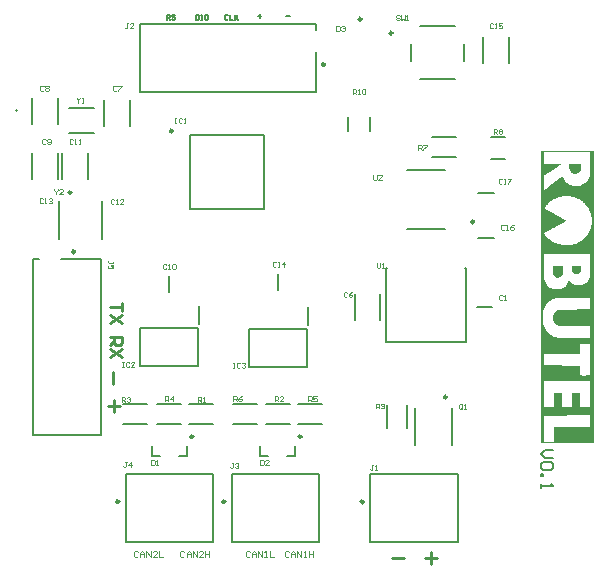
<source format=gbr>
%TF.GenerationSoftware,Altium Limited,Altium Designer,25.6.2 (33)*%
G04 Layer_Color=65535*
%FSLAX45Y45*%
%MOMM*%
%TF.SameCoordinates,85BC1294-957B-4AEE-BC4A-C6642BEA407B*%
%TF.FilePolarity,Positive*%
%TF.FileFunction,Legend,Top*%
%TF.Part,Single*%
G01*
G75*
%TA.AperFunction,NonConductor*%
%ADD42C,0.25000*%
%ADD43C,0.20000*%
%ADD44C,0.25400*%
%ADD45C,0.15400*%
%ADD46C,0.10000*%
G36*
X4895994Y3769084D02*
X4895682Y1293396D01*
X4446266Y1293708D01*
Y2486735D01*
X4446579Y3769396D01*
X4895994Y3769084D01*
D02*
G37*
%LPC*%
G36*
X4855706Y3762525D02*
X4470939Y3761901D01*
X4468753Y3759714D01*
Y3689132D01*
X4469378Y3664147D01*
X4470314Y3663210D01*
X4475311Y3661961D01*
X4483431Y3662586D01*
X4604920Y3662273D01*
X4611479Y3662586D01*
X4613665Y3661024D01*
X4614290Y3657901D01*
X4612416Y3654778D01*
X4611479Y3653841D01*
X4610230Y3653216D01*
X4606794Y3650405D01*
X4605857Y3649469D01*
X4602734Y3648219D01*
X4600860Y3647595D01*
X4598049Y3645409D01*
X4597737Y3644472D01*
X4596488Y3643847D01*
X4589930Y3640412D01*
X4589305Y3639162D01*
X4587743Y3637601D01*
X4584620Y3636352D01*
X4582122Y3635727D01*
X4577749Y3631354D01*
X4573689Y3629793D01*
X4571503Y3628232D01*
X4568380Y3625108D01*
X4564320Y3624171D01*
X4562134Y3622610D01*
X4560572Y3620424D01*
X4559635Y3619487D01*
X4554638Y3617613D01*
X4551828Y3615427D01*
X4551203Y3614177D01*
X4547768Y3612616D01*
X4545269Y3611991D01*
X4540897Y3607619D01*
X4537773Y3606370D01*
X4534651Y3604496D01*
X4532152Y3601997D01*
X4525906Y3599499D01*
X4521534Y3595126D01*
X4516537Y3593253D01*
X4512789Y3589505D01*
X4507792Y3587631D01*
X4503419Y3583259D01*
X4500921Y3582634D01*
X4497798Y3581385D01*
X4493426Y3577012D01*
X4489990Y3576076D01*
X4487804Y3574514D01*
X4486242Y3572328D01*
X4485305Y3571391D01*
X4481245Y3570454D01*
X4478122Y3568580D01*
X4477498Y3567331D01*
X4475311Y3565145D01*
X4472813Y3564520D01*
X4470002Y3562334D01*
X4468753Y3557337D01*
X4469378Y3441782D01*
X4470314Y3440845D01*
X4475311Y3441470D01*
X4476248Y3442407D01*
X4476873Y3443656D01*
X4479684Y3446467D01*
X4480933Y3447091D01*
X4485305Y3450214D01*
X4486555Y3451464D01*
X4492176Y3454587D01*
X4493113Y3455524D01*
X4493738Y3456773D01*
X4494675Y3457710D01*
X4499047Y3460208D01*
X4503419Y3464581D01*
X4506542Y3466455D01*
X4509041Y3468953D01*
X4510290Y3469578D01*
X4515600Y3472388D01*
X4516224Y3473638D01*
X4518410Y3475824D01*
X4522783Y3478322D01*
X4527155Y3482695D01*
X4530278Y3484569D01*
X4532777Y3487067D01*
X4534026Y3487692D01*
X4538398Y3490190D01*
X4541521Y3493313D01*
X4545894Y3495812D01*
X4547455Y3497373D01*
X4548080Y3498622D01*
X4549641Y3500184D01*
X4552765Y3501433D01*
X4557137Y3505806D01*
X4561509Y3508304D01*
X4564945Y3511115D01*
X4565882Y3512052D01*
X4568380Y3512676D01*
X4571191Y3515487D01*
X4571816Y3516736D01*
X4572752Y3517673D01*
X4577125Y3520172D01*
X4580872Y3523920D01*
X4585245Y3526418D01*
X4588368Y3529541D01*
X4592428Y3531103D01*
X4595551Y3534226D01*
X4595863Y3535163D01*
X4597113Y3535787D01*
X4601485Y3538911D01*
X4604608Y3542034D01*
X4607731Y3543908D01*
X4610854Y3547031D01*
X4612104Y3547655D01*
X4617725Y3550778D01*
X4620848Y3553901D01*
X4625221Y3556400D01*
X4629593Y3558274D01*
X4632404Y3556712D01*
X4633028Y3552340D01*
X4633653Y3546718D01*
X4636152Y3542346D01*
X4638025Y3539223D01*
X4638650Y3536724D01*
X4639275Y3532352D01*
X4641148Y3529229D01*
X4643647Y3526731D01*
X4644896Y3523607D01*
X4645833Y3520172D01*
X4650518Y3515487D01*
X4652392Y3512364D01*
X4656764Y3507992D01*
X4657389Y3506743D01*
X4662698Y3501433D01*
X4663947Y3500809D01*
X4667383Y3497998D01*
X4668632Y3496749D01*
X4668944Y3495812D01*
X4670193Y3495187D01*
X4674566Y3492688D01*
X4675503Y3491752D01*
X4676127Y3490502D01*
X4677064Y3489566D01*
X4681437Y3488316D01*
X4684560Y3487692D01*
X4687683Y3484569D01*
X4690806Y3483319D01*
X4695803Y3482070D01*
X4698926Y3480821D01*
X4703298Y3478947D01*
X4706421Y3477698D01*
X4710482Y3476761D01*
X4722662Y3475824D01*
X4724535Y3475199D01*
X4743899Y3473950D01*
X4745773Y3474574D01*
X4757640Y3475199D01*
X4759514Y3475824D01*
X4762013Y3476448D01*
X4773880Y3477073D01*
X4785124Y3482070D01*
X4789496Y3482695D01*
X4792931Y3483632D01*
X4795742Y3486442D01*
X4796992Y3487067D01*
X4800115Y3488316D01*
X4803862Y3488941D01*
X4806049Y3490502D01*
X4806673Y3491752D01*
X4808235Y3493313D01*
X4812607Y3495187D01*
X4813856Y3495812D01*
X4815418Y3496749D01*
X4816042Y3497998D01*
X4816979Y3498935D01*
X4822601Y3502058D01*
X4825100Y3505806D01*
X4826349Y3506430D01*
X4829784Y3509241D01*
X4831346Y3511427D01*
X4832595Y3512052D01*
X4834156Y3513613D01*
X4834781Y3514863D01*
X4837592Y3518923D01*
X4838841Y3519547D01*
X4840403Y3521109D01*
X4842589Y3527043D01*
X4844463Y3528917D01*
X4845712Y3529541D01*
X4847274Y3533601D01*
X4847898Y3537349D01*
X4850709Y3540784D01*
X4852270Y3542346D01*
X4852895Y3544845D01*
X4853520Y3551715D01*
X4856643Y3558586D01*
X4857892Y3561709D01*
X4858829Y3565769D01*
X4859454Y3575763D01*
X4860078Y3578262D01*
X4860703Y3582009D01*
X4861328Y3590129D01*
X4861952Y3755654D01*
X4862265Y3759090D01*
X4860078Y3761901D01*
X4855706Y3762525D01*
D02*
G37*
G36*
X4643959Y3388377D02*
X4642085Y3387752D01*
X4636152Y3386815D01*
X4633028Y3386191D01*
X4629593Y3385254D01*
X4625221Y3384629D01*
X4612728Y3384004D01*
X4610854Y3383380D01*
X4604296Y3381818D01*
X4597737Y3379007D01*
X4590866Y3378383D01*
X4585869Y3375260D01*
X4581497Y3373386D01*
X4578999Y3372761D01*
X4573065Y3371824D01*
X4569317Y3369326D01*
X4567755Y3367764D01*
X4560572Y3366203D01*
X4558386Y3364641D01*
X4555888Y3362143D01*
X4552765Y3360893D01*
X4550266Y3360269D01*
X4546831Y3357458D01*
X4545269Y3355897D01*
X4540897Y3354647D01*
X4537773Y3352773D01*
X4534651Y3349650D01*
X4528717Y3347464D01*
X4527780Y3346527D01*
X4526843Y3346215D01*
X4526218Y3344966D01*
X4525281Y3344029D01*
X4524032Y3343404D01*
X4519972Y3340593D01*
X4519347Y3339344D01*
X4517161Y3337158D01*
X4514038Y3335284D01*
X4512476Y3333098D01*
X4511540Y3331536D01*
X4508416Y3329662D01*
X4503419Y3324665D01*
X4502170Y3324041D01*
X4494362Y3316233D01*
X4493738Y3314984D01*
X4489365Y3310611D01*
X4488741Y3308113D01*
X4484368Y3303741D01*
X4481245Y3298119D01*
X4478122Y3294996D01*
X4475624Y3290624D01*
X4471876Y3288125D01*
X4471564Y3286563D01*
X4473125Y3284377D01*
X4476248Y3283128D01*
X4478435Y3281566D01*
X4479684Y3280317D01*
X4482807Y3279068D01*
X4485305Y3278443D01*
X4488741Y3275633D01*
X4490302Y3274071D01*
X4493426Y3272822D01*
X4497173Y3272197D01*
X4501545Y3267825D01*
X4505918Y3266576D01*
X4509978Y3265014D01*
X4512164Y3262203D01*
X4515287Y3260954D01*
X4518723Y3260017D01*
X4521846Y3258143D01*
X4522471Y3256894D01*
X4523407Y3255957D01*
X4527780Y3254708D01*
X4532152Y3252209D01*
X4534651Y3249711D01*
X4537149Y3249086D01*
X4541209Y3247525D01*
X4544644Y3244089D01*
X4549017Y3242840D01*
X4552140Y3241591D01*
X4555888Y3237843D01*
X4560260Y3236594D01*
X4563383Y3235345D01*
X4567131Y3231597D01*
X4572128Y3230348D01*
X4575251Y3228474D01*
X4578374Y3225350D01*
X4582434Y3224414D01*
X4584620Y3223477D01*
X4587743Y3220353D01*
X4590866Y3219104D01*
X4594302Y3218167D01*
X4596488Y3216606D01*
X4598986Y3214107D01*
X4603359Y3212858D01*
X4607731Y3210360D01*
X4610854Y3207236D01*
X4616476Y3205987D01*
X4618662Y3204426D01*
X4619287Y3203176D01*
X4620224Y3202239D01*
X4623347Y3200990D01*
X4626782Y3200053D01*
X4630218Y3197867D01*
X4631467Y3195993D01*
X4634590Y3194744D01*
X4637713Y3194119D01*
X4641148Y3191309D01*
X4642710Y3189747D01*
X4646145Y3188810D01*
X4648332Y3187873D01*
X4651767Y3185062D01*
X4656764Y3181939D01*
X4657076Y3181627D01*
X4657389Y3181315D01*
X4656764Y3176318D01*
X4655827Y3175381D01*
X4653329Y3174756D01*
X4649893Y3173819D01*
X4647707Y3172258D01*
X4645209Y3169759D01*
X4641148Y3168822D01*
X4638962Y3167885D01*
X4637401Y3166948D01*
X4636776Y3165699D01*
X4635215Y3164138D01*
X4630842Y3162888D01*
X4628344Y3162264D01*
X4624908Y3159453D01*
X4624596Y3158516D01*
X4621473Y3157267D01*
X4618975Y3156642D01*
X4615851Y3154768D01*
X4613353Y3152270D01*
X4610230Y3151021D01*
X4606794Y3150084D01*
X4604608Y3148522D01*
X4601485Y3145399D01*
X4595863Y3144150D01*
X4593053Y3141963D01*
X4592740Y3141027D01*
X4591491Y3140402D01*
X4588368Y3139153D01*
X4585869Y3138528D01*
X4582434Y3135717D01*
X4580872Y3134156D01*
X4576500Y3132907D01*
X4573377Y3131657D01*
X4569629Y3127910D01*
X4567131Y3127285D01*
X4562134Y3125411D01*
X4558386Y3121663D01*
X4553389Y3120414D01*
X4550578Y3118853D01*
X4549954Y3117603D01*
X4548392Y3116042D01*
X4544020Y3114793D01*
X4541521Y3114168D01*
X4537149Y3109796D01*
X4533089Y3108859D01*
X4529966Y3107609D01*
X4528092Y3105735D01*
X4527780Y3104798D01*
X4526530Y3104174D01*
X4524657Y3103549D01*
X4522158Y3102925D01*
X4518098Y3100739D01*
X4517473Y3099489D01*
X4516537Y3098552D01*
X4513413Y3097303D01*
X4509353Y3096366D01*
X4508416Y3095429D01*
X4507167Y3094805D01*
X4504044Y3091682D01*
X4499672Y3090432D01*
X4496549Y3088558D01*
X4495299Y3087309D01*
X4494050Y3086684D01*
X4492801Y3085435D01*
X4489365Y3084498D01*
X4486242Y3083249D01*
X4482807Y3079814D01*
X4478747Y3078877D01*
X4476561Y3077940D01*
X4473750Y3075129D01*
X4473125Y3072631D01*
X4473750Y3070757D01*
X4474999Y3069507D01*
X4475624Y3068258D01*
X4476873Y3067009D01*
X4477498Y3065135D01*
X4480309Y3061700D01*
X4482495Y3059514D01*
X4485618Y3053892D01*
X4488741Y3050769D01*
X4491239Y3046396D01*
X4493426Y3044835D01*
X4494987Y3043273D01*
X4495612Y3042024D01*
X4497173Y3039838D01*
X4498423Y3039213D01*
X4500609Y3037027D01*
X4501233Y3035778D01*
X4502795Y3033592D01*
X4504044Y3032967D01*
X4507479Y3030156D01*
X4509041Y3027970D01*
X4510290Y3027345D01*
X4514663Y3024222D01*
X4517161Y3021724D01*
X4518410Y3021099D01*
X4524032Y3016727D01*
X4525281Y3015478D01*
X4526530Y3014853D01*
X4529966Y3012042D01*
X4532152Y3009856D01*
X4538086Y3007670D01*
X4541521Y3004235D01*
X4544644Y3002985D01*
X4547768Y3001111D01*
X4550891Y2997988D01*
X4553389Y2997364D01*
X4559011Y2996114D01*
X4563383Y2992991D01*
X4567755Y2991117D01*
X4573065Y2990180D01*
X4576500Y2987994D01*
X4578374Y2986121D01*
X4582746Y2984871D01*
X4587119Y2984247D01*
X4592116Y2981124D01*
X4598362Y2979250D01*
X4610542Y2978313D01*
X4615539Y2976439D01*
X4622722Y2974253D01*
X4627719Y2973003D01*
X4651455Y2972379D01*
X4653329Y2971754D01*
X4677064Y2972379D01*
X4678938Y2973003D01*
X4692055Y2973628D01*
X4693929Y2974253D01*
X4697989Y2975190D01*
X4700487Y2975814D01*
X4706734Y2977063D01*
X4711731Y2978313D01*
X4716728Y2978937D01*
X4722662Y2979874D01*
X4727034Y2982997D01*
X4730157Y2984247D01*
X4732656Y2984871D01*
X4738589Y2985808D01*
X4746397Y2989868D01*
X4750770Y2991117D01*
X4755142Y2991742D01*
X4759514Y2996114D01*
X4765448Y2998301D01*
X4767634Y2999862D01*
X4770133Y3002361D01*
X4774193Y3003298D01*
X4776379Y3004859D01*
X4779502Y3007982D01*
X4783875Y3009231D01*
X4786998Y3011105D01*
X4790121Y3014228D01*
X4791370Y3014853D01*
X4794181Y3017039D01*
X4794805Y3018289D01*
X4795742Y3019225D01*
X4796992Y3019850D01*
X4798241Y3021099D01*
X4799490Y3021724D01*
X4803238Y3025472D01*
X4804487Y3026096D01*
X4805736Y3027345D01*
X4806986Y3027970D01*
X4811358Y3032342D01*
X4812607Y3032967D01*
X4816042Y3035778D01*
X4818853Y3038589D01*
X4821976Y3040463D01*
X4824787Y3045772D01*
X4827910Y3048895D01*
X4831034Y3054517D01*
X4831970Y3055453D01*
X4833220Y3056078D01*
X4834156Y3057015D01*
X4837280Y3062637D01*
X4839466Y3064198D01*
X4841027Y3065760D01*
X4841652Y3068258D01*
X4844463Y3071694D01*
X4846024Y3073255D01*
X4847586Y3077315D01*
X4849772Y3080751D01*
X4852270Y3084498D01*
X4853207Y3089183D01*
X4856331Y3094180D01*
X4858517Y3098240D01*
X4859141Y3100739D01*
X4859766Y3104486D01*
X4862577Y3107922D01*
X4864138Y3109483D01*
X4865388Y3113856D01*
X4866012Y3120727D01*
X4867886Y3125099D01*
X4869135Y3128222D01*
X4870384Y3132594D01*
X4871009Y3135093D01*
X4871634Y3144462D01*
X4873508Y3148834D01*
X4875382Y3155081D01*
X4876318Y3181627D01*
X4876631Y3195681D01*
X4876006Y3197555D01*
X4875382Y3201303D01*
X4874757Y3203176D01*
X4873508Y3208173D01*
X4871634Y3215044D01*
X4871009Y3217543D01*
X4870384Y3231909D01*
X4867886Y3236281D01*
X4865388Y3241903D01*
X4864763Y3247525D01*
X4862265Y3251897D01*
X4859766Y3255645D01*
X4859141Y3260017D01*
X4858517Y3262515D01*
X4857892Y3265639D01*
X4854769Y3268762D01*
X4853520Y3271885D01*
X4852583Y3275320D01*
X4851021Y3277507D01*
X4847898Y3280629D01*
X4847274Y3283128D01*
X4846024Y3286251D01*
X4841652Y3290624D01*
X4840715Y3294059D01*
X4839153Y3296245D01*
X4836030Y3299368D01*
X4835406Y3301867D01*
X4834156Y3304990D01*
X4832595Y3306551D01*
X4831346Y3307176D01*
X4829784Y3308738D01*
X4829160Y3309987D01*
X4827598Y3312173D01*
X4826349Y3312798D01*
X4825100Y3314047D01*
X4824163Y3314359D01*
X4823538Y3315608D01*
X4820727Y3319044D01*
X4819478Y3319668D01*
X4817292Y3321855D01*
X4816667Y3323104D01*
X4815106Y3324665D01*
X4813856Y3325290D01*
X4811045Y3328101D01*
X4810421Y3329350D01*
X4803238Y3336533D01*
X4798865Y3339032D01*
X4796367Y3342155D01*
X4792931Y3343092D01*
X4789808Y3344966D01*
X4789184Y3346215D01*
X4787622Y3347776D01*
X4784499Y3349026D01*
X4781376Y3350900D01*
X4779814Y3353086D01*
X4778253Y3354647D01*
X4774817Y3355584D01*
X4773880Y3356521D01*
X4772631Y3357146D01*
X4771694Y3358083D01*
X4771070Y3359332D01*
X4767634Y3360893D01*
X4762950Y3361830D01*
X4762013Y3362767D01*
X4761076Y3363080D01*
X4760451Y3364329D01*
X4759514Y3365266D01*
X4756391Y3366515D01*
X4750457Y3367452D01*
X4747022Y3369638D01*
X4745148Y3371512D01*
X4740151Y3372761D01*
X4736403Y3373386D01*
X4730157Y3377758D01*
X4725160Y3379007D01*
X4717040Y3379632D01*
X4712668Y3381506D01*
X4708608Y3382443D01*
X4703298Y3384004D01*
X4700800Y3384629D01*
X4689557Y3385254D01*
X4686434Y3386503D01*
X4683935Y3387128D01*
X4650518Y3388064D01*
X4643959Y3388377D01*
D02*
G37*
G36*
X4855081Y2896175D02*
X4843214Y2895550D01*
X4473125Y2895863D01*
X4470002Y2893989D01*
X4468753Y2890866D01*
X4469378Y2711599D01*
X4470002Y2709725D01*
X4471251Y2702230D01*
X4471876Y2689113D01*
X4473125Y2685990D01*
X4475311Y2680056D01*
X4476561Y2676933D01*
X4477185Y2673810D01*
X4477810Y2668188D01*
X4478747Y2666002D01*
X4480621Y2664128D01*
X4481245Y2662879D01*
X4483119Y2658506D01*
X4483744Y2654134D01*
X4485305Y2651948D01*
X4486555Y2651323D01*
X4487492Y2650386D01*
X4488741Y2647263D01*
X4489365Y2644765D01*
X4491239Y2642266D01*
X4491552Y2641954D01*
X4492801Y2640705D01*
X4493738Y2640392D01*
X4494362Y2639143D01*
X4497486Y2633522D01*
X4501233Y2629774D01*
X4501858Y2628525D01*
X4504669Y2625714D01*
X4505918Y2625089D01*
X4508729Y2622278D01*
X4509353Y2621029D01*
X4516537Y2616969D01*
X4519659Y2613846D01*
X4525281Y2610723D01*
X4527155Y2608849D01*
X4530278Y2607600D01*
X4534651Y2606975D01*
X4537773Y2605726D01*
X4540272Y2603227D01*
X4543395Y2601978D01*
X4549641Y2601354D01*
X4556512Y2600729D01*
X4559635Y2599480D01*
X4568380Y2598231D01*
X4580248Y2597606D01*
X4595239Y2598231D01*
X4597113Y2598855D01*
X4601797Y2599792D01*
X4605233Y2600729D01*
X4611479Y2601354D01*
X4615851Y2601978D01*
X4622722Y2605726D01*
X4624596Y2606351D01*
X4627094Y2606975D01*
X4631155Y2607912D01*
X4633341Y2609474D01*
X4635839Y2611972D01*
X4641773Y2614158D01*
X4644272Y2616657D01*
X4644896Y2617906D01*
X4648644Y2620404D01*
X4654890Y2626651D01*
X4657389Y2631023D01*
X4659575Y2632585D01*
X4661136Y2634146D01*
X4662073Y2638831D01*
X4663635Y2641017D01*
X4666133Y2643516D01*
X4667383Y2648513D01*
X4668007Y2651636D01*
X4671130Y2656008D01*
X4673004Y2660380D01*
X4673629Y2669750D01*
X4675190Y2671311D01*
X4677689Y2671936D01*
X4683310Y2671311D01*
X4684560Y2670062D01*
X4685809Y2669437D01*
X4687370Y2666002D01*
X4687995Y2664753D01*
X4692992Y2659756D01*
X4694866Y2656633D01*
X4695803Y2655696D01*
X4701424Y2652573D01*
X4703923Y2650074D01*
X4708295Y2647576D01*
X4711418Y2644452D01*
X4714541Y2643203D01*
X4719226Y2642266D01*
X4729532Y2637582D01*
X4732031Y2636957D01*
X4741400Y2636332D01*
X4743274Y2635708D01*
X4747646Y2635083D01*
X4762325Y2634771D01*
X4782625Y2636332D01*
X4784499Y2636957D01*
X4793244Y2637582D01*
X4799490Y2640080D01*
X4805112Y2642579D01*
X4809484Y2643203D01*
X4813544Y2644765D01*
X4815106Y2646951D01*
X4816355Y2647576D01*
X4819478Y2648825D01*
X4821976Y2649449D01*
X4824163Y2651011D01*
X4824787Y2652260D01*
X4826973Y2654447D01*
X4828223Y2655071D01*
X4831658Y2657882D01*
X4840403Y2666627D01*
X4841652Y2669750D01*
X4842589Y2671311D01*
X4843838Y2671936D01*
X4846649Y2674747D01*
X4847586Y2678807D01*
X4848835Y2681930D01*
X4851646Y2684741D01*
X4852895Y2689113D01*
X4853832Y2693798D01*
X4855081Y2696921D01*
X4856643Y2700356D01*
X4857892Y2704728D01*
X4859141Y2709725D01*
X4859766Y2720344D01*
X4860391Y2722218D01*
X4861015Y2734086D01*
X4861640Y2744080D01*
X4861952Y2890553D01*
X4860703Y2893676D01*
X4859454Y2894926D01*
X4855081Y2896175D01*
D02*
G37*
G36*
X4846337Y2528897D02*
X4841964Y2528273D01*
X4840090Y2528897D01*
X4641773Y2528585D01*
X4635215Y2528897D01*
X4633341Y2528273D01*
X4627094Y2527648D01*
X4590242Y2527024D01*
X4588368Y2526399D01*
X4584308Y2525462D01*
X4581809Y2524837D01*
X4575563Y2523588D01*
X4570566Y2522339D01*
X4567443Y2521714D01*
X4559323Y2521090D01*
X4556825Y2520465D01*
X4551828Y2517342D01*
X4547768Y2515780D01*
X4542146Y2515156D01*
X4536212Y2511096D01*
X4532777Y2509534D01*
X4528717Y2507973D01*
X4525906Y2505162D01*
X4521534Y2503288D01*
X4520284Y2502663D01*
X4518723Y2501727D01*
X4518098Y2500477D01*
X4515912Y2498291D01*
X4514663Y2497666D01*
X4513413Y2496417D01*
X4512164Y2495793D01*
X4507792Y2491420D01*
X4506542Y2490796D01*
X4501233Y2485486D01*
X4500609Y2484237D01*
X4495612Y2479240D01*
X4494987Y2477991D01*
X4492176Y2474555D01*
X4489365Y2471745D01*
X4486867Y2467372D01*
X4485930Y2466435D01*
X4484681Y2465811D01*
X4483119Y2461751D01*
X4482495Y2459252D01*
X4479684Y2455817D01*
X4478122Y2454255D01*
X4476873Y2449883D01*
X4476248Y2446760D01*
X4473438Y2443324D01*
X4471876Y2439889D01*
X4470314Y2433330D01*
X4466254Y2424273D01*
X4465630Y2421775D01*
X4465005Y2417403D01*
X4464380Y2409907D01*
X4462507Y2405535D01*
X4461258Y2400538D01*
X4460008Y2393042D01*
X4459384Y2386796D01*
X4459071Y2340262D01*
X4459696Y2332766D01*
X4460321Y2329019D01*
X4461570Y2322148D01*
X4462195Y2319649D01*
X4463131Y2316214D01*
X4465005Y2308719D01*
X4465630Y2301223D01*
X4470627Y2290604D01*
X4471876Y2282484D01*
X4475624Y2278737D01*
X4476873Y2275613D01*
X4477498Y2270616D01*
X4480309Y2267181D01*
X4481870Y2265620D01*
X4484368Y2258749D01*
X4486555Y2256562D01*
X4487492Y2256250D01*
X4488116Y2255001D01*
X4489365Y2251878D01*
X4491239Y2248755D01*
X4492176Y2247818D01*
X4493426Y2247193D01*
X4496549Y2242196D01*
X4501858Y2236887D01*
X4502482Y2235638D01*
X4503419Y2234701D01*
X4504669Y2234076D01*
X4506230Y2232514D01*
X4506855Y2231265D01*
X4508416Y2229704D01*
X4509666Y2229079D01*
X4515912Y2222833D01*
X4517161Y2222208D01*
X4518723Y2220022D01*
X4520909Y2217836D01*
X4525281Y2215337D01*
X4528404Y2212214D01*
X4531840Y2211278D01*
X4535587Y2208154D01*
X4537773Y2205968D01*
X4541834Y2205031D01*
X4544957Y2203782D01*
X4548392Y2200347D01*
X4557137Y2198473D01*
X4561509Y2195350D01*
X4564008Y2194725D01*
X4565882Y2194100D01*
X4568380Y2193476D01*
X4575251Y2192851D01*
X4578374Y2191602D01*
X4580872Y2190977D01*
X4585245Y2190352D01*
X4587743Y2189728D01*
X4592116Y2188479D01*
X4596488Y2187854D01*
X4606482Y2187230D01*
X4615539Y2187542D01*
X4623971Y2186605D01*
X4632092Y2185980D01*
X4858829Y2186605D01*
X4861640Y2188791D01*
X4862265Y2191289D01*
X4861640Y2201283D01*
X4861015Y2284358D01*
X4859454Y2285920D01*
X4856955Y2286544D01*
X4854144Y2286857D01*
X4647082Y2286544D01*
X4645209Y2287169D01*
X4610230Y2287793D01*
X4608356Y2288418D01*
X4605857Y2289043D01*
X4601485Y2289668D01*
X4598986Y2290292D01*
X4594614Y2292166D01*
X4589617Y2293415D01*
X4588993D01*
X4583683Y2294352D01*
X4581497Y2295289D01*
X4578374Y2298412D01*
X4575251Y2299661D01*
X4573377Y2300286D01*
X4571816Y2301223D01*
X4571191Y2302472D01*
X4569629Y2304658D01*
X4568380Y2305283D01*
X4565569Y2307469D01*
X4564945Y2308719D01*
X4562134Y2311529D01*
X4560885Y2312154D01*
X4559948Y2313091D01*
X4558699Y2316214D01*
X4558074Y2317463D01*
X4553702Y2321835D01*
X4553077Y2326208D01*
X4551515Y2330268D01*
X4548080Y2337451D01*
X4547455Y2339950D01*
X4546831Y2364310D01*
X4547455Y2366183D01*
X4548080Y2378676D01*
X4551203Y2383673D01*
X4552452Y2386796D01*
X4553077Y2389295D01*
X4554014Y2392730D01*
X4555575Y2394916D01*
X4558074Y2397415D01*
X4561197Y2403036D01*
X4567755Y2409595D01*
X4569005Y2410219D01*
X4571191Y2412406D01*
X4571816Y2413655D01*
X4573377Y2415216D01*
X4576500Y2416466D01*
X4579935Y2419276D01*
X4580872Y2420213D01*
X4585245Y2421463D01*
X4588993Y2422087D01*
X4592740Y2424586D01*
X4597113Y2425210D01*
X4599611Y2425835D01*
X4603047Y2426772D01*
X4608668Y2427396D01*
X4630842Y2427084D01*
X4632716Y2427709D01*
X4858829Y2428333D01*
X4861015Y2429895D01*
X4861640Y2432393D01*
X4861952Y2523900D01*
X4860391Y2526087D01*
X4859454Y2527024D01*
X4854457Y2528273D01*
X4846337Y2528897D01*
D02*
G37*
G36*
X4856955Y2137884D02*
X4778877Y2137260D01*
X4777941Y2136323D01*
X4777316Y2133824D01*
X4777941Y2127578D01*
Y2080107D01*
X4777316Y2055747D01*
X4776379Y2054810D01*
X4773880Y2054185D01*
X4769508Y2053561D01*
X4765136Y2054185D01*
X4479996Y2053873D01*
X4473438Y2054185D01*
X4469378Y2051999D01*
X4468753Y2049500D01*
X4469378Y1955807D01*
X4470939Y1954246D01*
X4473438Y1953621D01*
X4776379Y1952996D01*
X4777316Y1952060D01*
X4777941Y1949561D01*
X4777628Y1872420D01*
X4778877Y1870546D01*
X4781376Y1869922D01*
X4788872Y1869297D01*
X4790745Y1868672D01*
X4856331Y1869297D01*
X4858204Y1869922D01*
X4861328Y1871796D01*
X4862265Y1875231D01*
X4861640Y1879603D01*
X4861952Y2134761D01*
X4860391Y2136947D01*
X4856955Y2137884D01*
D02*
G37*
G36*
X4852583Y1821201D02*
X4472813Y1820577D01*
X4469378Y1817766D01*
X4468753Y1815267D01*
X4469378Y1602271D01*
X4470939Y1600710D01*
X4474062Y1599461D01*
X4478435Y1598836D01*
X4550266Y1599461D01*
X4552452Y1601647D01*
X4553077Y1604145D01*
X4552452Y1614139D01*
X4553077Y1718451D01*
X4554638Y1720013D01*
X4557137Y1720637D01*
X4623347Y1720013D01*
X4624284Y1719076D01*
X4625533Y1715953D01*
X4626158Y1607893D01*
X4627719Y1606332D01*
X4632092Y1605707D01*
X4639587Y1606332D01*
X4641461Y1605707D01*
X4701112Y1606019D01*
X4707046Y1605707D01*
X4709232Y1607268D01*
X4709857Y1611641D01*
X4709232Y1613515D01*
X4709857Y1718451D01*
X4710794Y1720013D01*
X4713292Y1720637D01*
X4775754Y1720013D01*
X4777316Y1718451D01*
X4777941Y1715953D01*
X4777628Y1603208D01*
X4778565Y1601022D01*
X4779502Y1600085D01*
X4784499Y1598836D01*
X4856955Y1599461D01*
X4861328Y1601959D01*
X4862265Y1604770D01*
X4861640Y1611016D01*
Y1774667D01*
X4861952Y1816829D01*
X4860391Y1819015D01*
X4856955Y1820577D01*
X4852583Y1821201D01*
D02*
G37*
G36*
X4856331Y1530752D02*
X4471564Y1530127D01*
X4470002Y1528566D01*
X4468753Y1524194D01*
X4469378Y1308075D01*
X4470314Y1307138D01*
X4475311Y1305888D01*
X4483431Y1306513D01*
X4549954Y1306201D01*
X4552140Y1307138D01*
X4553077Y1309949D01*
X4552452Y1321816D01*
X4553077Y1427377D01*
X4554638Y1429564D01*
X4559011Y1430813D01*
X4570879Y1430188D01*
X4793868D01*
X4851021Y1430501D01*
X4856955Y1430188D01*
X4860078Y1432062D01*
X4861640Y1433623D01*
X4862265Y1436122D01*
X4861640Y1446116D01*
X4861952Y1522008D01*
X4861328Y1527005D01*
X4858829Y1530127D01*
X4856331Y1530752D01*
D02*
G37*
%LPD*%
G36*
X4785124Y3662586D02*
X4786685Y3659150D01*
X4786061Y3624796D01*
X4785436Y3622922D01*
X4784811Y3619799D01*
X4784499Y3619487D01*
X4783875Y3611367D01*
X4782938Y3609180D01*
X4779814Y3604808D01*
X4778877Y3601373D01*
X4775754Y3596376D01*
X4772319Y3592940D01*
X4771694Y3591691D01*
X4769508Y3589505D01*
X4768259Y3588880D01*
X4767010Y3587631D01*
X4763887Y3585757D01*
X4761700Y3583571D01*
X4761388Y3582634D01*
X4758265Y3581385D01*
X4752644Y3580760D01*
X4749520Y3579511D01*
X4747022Y3578886D01*
X4742649Y3578262D01*
X4733593Y3577949D01*
X4725472Y3578574D01*
X4722974Y3579199D01*
X4717665Y3580760D01*
X4713917Y3581385D01*
X4709545Y3584508D01*
X4707671Y3586382D01*
X4705172Y3587007D01*
X4702049Y3588880D01*
X4696740Y3594190D01*
X4695490Y3597313D01*
X4693304Y3599499D01*
X4691118Y3600436D01*
X4690494Y3602934D01*
X4689869Y3607931D01*
X4688620Y3611054D01*
X4687370Y3615427D01*
X4684247Y3623547D01*
X4684872Y3662273D01*
X4685809Y3663210D01*
X4785124Y3662586D01*
D02*
G37*
G36*
X4780751Y2795611D02*
X4783250Y2794986D01*
X4786061Y2792176D01*
X4786685Y2785929D01*
X4786061Y2765317D01*
X4785436Y2763443D01*
X4783562Y2756572D01*
X4782938Y2752200D01*
X4782001Y2748140D01*
X4780439Y2745954D01*
X4777941Y2743455D01*
X4775130Y2738146D01*
X4773880Y2737521D01*
X4770445Y2734710D01*
X4768884Y2732524D01*
X4765761Y2731275D01*
X4757953Y2728464D01*
X4754517Y2727527D01*
X4750145Y2726903D01*
X4738902Y2727527D01*
X4733280Y2730026D01*
X4728283Y2731275D01*
X4725160Y2732524D01*
X4721725Y2735335D01*
X4719538Y2737521D01*
X4718289Y2738146D01*
X4716728Y2739083D01*
X4716103Y2740332D01*
X4712980Y2745954D01*
X4710482Y2748452D01*
X4709232Y2753449D01*
X4708608Y2760944D01*
X4707358Y2764692D01*
Y2765317D01*
X4706734Y2769689D01*
X4706109Y2779683D01*
X4706734Y2791551D01*
X4709545Y2794986D01*
X4714541Y2796235D01*
X4723911Y2795611D01*
X4725785Y2796235D01*
X4772944Y2795923D01*
X4778877Y2796235D01*
X4780751Y2795611D01*
D02*
G37*
G36*
X4627094D02*
X4629281Y2794049D01*
X4630530Y2790926D01*
X4629905Y2744080D01*
X4629281Y2742206D01*
Y2739707D01*
Y2739083D01*
X4628656Y2737209D01*
X4627719Y2732524D01*
X4627094Y2730026D01*
X4626470Y2723779D01*
X4623347Y2718782D01*
X4622410Y2717845D01*
X4621785Y2715347D01*
X4617413Y2709725D01*
X4615851Y2708164D01*
X4614602Y2707539D01*
X4613353Y2706290D01*
X4612104Y2705665D01*
X4608356Y2701918D01*
X4604296Y2700981D01*
X4601797Y2700356D01*
X4598362Y2699419D01*
X4595863Y2698794D01*
X4590554Y2697858D01*
X4582746Y2697545D01*
X4580872Y2698170D01*
X4576188Y2699107D01*
X4572128Y2700668D01*
X4569629Y2701293D01*
X4566506Y2702542D01*
X4564320Y2704728D01*
X4563695Y2705978D01*
X4559948Y2708476D01*
X4557137Y2711912D01*
X4553702Y2715347D01*
X4552765Y2719407D01*
X4548080Y2728464D01*
X4547455Y2730963D01*
X4546831Y2743455D01*
X4546206Y2745329D01*
X4545269Y2750638D01*
X4544332Y2769065D01*
X4544020Y2774374D01*
X4544332Y2783431D01*
X4543707Y2785305D01*
X4544332Y2791551D01*
X4547143Y2794986D01*
X4549017Y2795611D01*
X4551515Y2796235D01*
X4627094Y2795611D01*
D02*
G37*
D42*
X2615500Y4503500D02*
G03*
X2615500Y4503500I-12500J0D01*
G01*
X469984Y3417590D02*
G03*
X469984Y3417590I-12500J0D01*
G01*
X2943555Y799821D02*
G03*
X2943555Y799821I-12500J0D01*
G01*
X2924775Y4886000D02*
G03*
X2924775Y4886000I-12500J0D01*
G01*
X1771281Y802300D02*
G03*
X1771281Y802300I-12500J0D01*
G01*
X873305D02*
G03*
X873305Y802300I-12500J0D01*
G01*
X3649011Y1685812D02*
G03*
X3649011Y1685812I-12500J0D01*
G01*
X2417783Y1351800D02*
G03*
X2417783Y1351800I-12500J0D01*
G01*
X1500805D02*
G03*
X1500805Y1351800I-12500J0D01*
G01*
X499578Y2916712D02*
G03*
X499578Y2916712I-12500J0D01*
G01*
X1326000Y3940200D02*
G03*
X1326000Y3940200I-12500J0D01*
G01*
X3187306Y4768500D02*
G03*
X3187306Y4768500I-12500J0D01*
G01*
X3879116Y3170322D02*
G03*
X3879116Y3170322I-12500J0D01*
G01*
D43*
X1053000Y4843500D02*
X2543000D01*
Y4268500D02*
Y4611000D01*
Y4796000D02*
Y4843500D01*
X1053000Y4268500D02*
X2543000D01*
X1053000D02*
Y4843500D01*
X2812707Y3936030D02*
Y4055670D01*
X2998529Y3936030D02*
Y4055670D01*
X724984Y3022590D02*
Y3342590D01*
X359984Y3022590D02*
Y3342590D01*
X2998555Y1034821D02*
X3738555D01*
Y459821D02*
Y1034821D01*
X2998555Y459821D02*
X3738555D01*
X2998555D02*
Y1034821D01*
X1826281Y1037300D02*
X2566281D01*
Y462300D02*
Y1037300D01*
X1826281Y462300D02*
X2566281D01*
X1826281D02*
Y1037300D01*
X928305D02*
X1668305D01*
Y462300D02*
Y1037300D01*
X928305Y462300D02*
X1668305D01*
X928305D02*
Y1037300D01*
X1298305Y2576822D02*
Y2711822D01*
X1537105Y1951722D02*
Y2271722D01*
X1047105Y1951722D02*
X1537105D01*
X1047105D02*
Y2271722D01*
X1537105D01*
X1550105Y2306722D02*
Y2459222D01*
X3694951Y1278312D02*
Y1593312D01*
X3379951Y1278312D02*
X3380571D01*
X3694331D02*
X3694951D01*
X3379951D02*
Y1593312D01*
X3380571D01*
X3694331D02*
X3694951D01*
X3307592Y1421005D02*
Y1622218D01*
X3137592Y1421005D02*
Y1622218D01*
X2460281Y1944322D02*
Y2264322D01*
X1970281Y1944322D02*
X2460281D01*
X1970281D02*
Y2264322D01*
X2460281D01*
X2473281Y2299322D02*
Y2451822D01*
X2069283Y1186800D02*
X2135283D01*
X2069283D02*
Y1268300D01*
X2295283Y1186800D02*
X2361283D01*
Y1268300D01*
X2219282Y2594822D02*
Y2729822D01*
X2114675Y1624600D02*
X2315888D01*
X2114675Y1454600D02*
X2315888D01*
X1152305Y1186800D02*
X1218305D01*
X1152305D02*
Y1268300D01*
X1378305Y1186800D02*
X1444305D01*
Y1268300D01*
X1466388Y1624600D02*
X1667602D01*
X1466388Y1454600D02*
X1667602D01*
X1839547Y1624600D02*
X2040760D01*
X1839547Y1454600D02*
X2040760D01*
X1192534Y1624600D02*
X1393747D01*
X1192534Y1454600D02*
X1393747D01*
X2386746Y1624600D02*
X2587960D01*
X2386746Y1454600D02*
X2587960D01*
X147078Y1366712D02*
Y2856712D01*
X379578D02*
X722078D01*
X147078D02*
X194578D01*
X722078Y1366712D02*
Y2856712D01*
X147078Y1366712D02*
X722078D01*
X907501Y1454600D02*
X1108714D01*
X907501Y1624600D02*
X1108714D01*
X3134806Y2154822D02*
Y2776822D01*
Y2154822D02*
X3807805D01*
Y2776822D01*
X3798805D02*
X3807805D01*
X3134806D02*
X3143805D01*
X3899105Y2446422D02*
X4034105D01*
X2868506Y2336422D02*
Y2556422D01*
X3083505Y2336422D02*
Y2556422D01*
X746699Y3984700D02*
Y4204700D01*
X961699Y3984700D02*
Y4204700D01*
X1471000Y3905200D02*
X2101000D01*
Y3275200D02*
Y3905200D01*
X1471000Y3275200D02*
X2101000D01*
X1471000D02*
Y3905200D01*
X446699Y3918350D02*
X661699D01*
X446699Y4133350D02*
X661699D01*
X138054Y3995850D02*
Y4215850D01*
X353054Y3995850D02*
Y4215850D01*
X351451Y3530199D02*
Y3750199D01*
X136451Y3530199D02*
Y3750199D01*
X605984Y3530200D02*
Y3750200D01*
X390984Y3530200D02*
Y3750200D01*
X3344805Y4533500D02*
Y4678500D01*
X3422305Y4381000D02*
X3717305D01*
X3794805Y4533500D02*
Y4678500D01*
X3422305Y4831000D02*
X3717305D01*
X3955809Y4513098D02*
Y4733098D01*
X4170809Y4513098D02*
Y4733098D01*
X3313805Y3610822D02*
X3628806D01*
X3313805Y3110822D02*
X3628806D01*
X3523099Y3720321D02*
X3724312D01*
X3523099Y3890322D02*
X3724312D01*
X3911805Y3030622D02*
X4046805D01*
X3911805Y3411622D02*
X4046805D01*
X4021085Y3699711D02*
X4140726D01*
X4021085Y3885532D02*
X4140726D01*
D44*
X-0Y4114423D02*
X0Y4114423D01*
X797878Y2196610D02*
X900245D01*
Y2145426D01*
X883184Y2128365D01*
X849061D01*
X832000Y2145426D01*
Y2196610D01*
Y2162487D02*
X797878Y2128365D01*
X900245Y2094243D02*
X797878Y2025998D01*
X900245D02*
X797878Y2094243D01*
X900245Y2482610D02*
Y2414366D01*
Y2448488D01*
X797878D01*
X900245Y2380243D02*
X797878Y2311998D01*
X900245D02*
X797878Y2380243D01*
X824177Y1794804D02*
Y1896371D01*
X776378Y1611572D02*
X877945D01*
X827161Y1662355D02*
Y1560788D01*
X3180855Y325520D02*
X3282423D01*
X3459901Y326303D02*
X3561468D01*
X3510685Y377087D02*
Y275520D01*
D45*
X4546303Y1236400D02*
X4478059D01*
X4443936Y1202277D01*
X4478059Y1168155D01*
X4546303D01*
X4529242Y1134033D02*
X4546303Y1116971D01*
Y1082849D01*
X4529242Y1065788D01*
X4460997D01*
X4443936Y1082849D01*
Y1116971D01*
X4460997Y1134033D01*
X4529242D01*
X4443936Y1031665D02*
X4460997D01*
Y1014604D01*
X4443936D01*
Y1031665D01*
Y946360D02*
Y912237D01*
Y929298D01*
X4546303D01*
X4529242Y946360D01*
X2316045Y4910255D02*
X2287787D01*
X2061911Y4897895D02*
Y4926152D01*
X2047783Y4912024D02*
X2076040D01*
X1795315Y4917817D02*
X1788251Y4924881D01*
X1774122D01*
X1767058Y4917817D01*
Y4889559D01*
X1774122Y4882495D01*
X1788251D01*
X1795315Y4889559D01*
X1809444Y4924881D02*
Y4882495D01*
X1837702D01*
X1851830Y4924881D02*
Y4882495D01*
Y4896623D01*
X1880088Y4924881D01*
X1858895Y4903688D01*
X1880088Y4882495D01*
X1521975Y4924881D02*
Y4882495D01*
X1543169D01*
X1550233Y4889559D01*
Y4917817D01*
X1543169Y4924881D01*
X1521975D01*
X1564362D02*
X1578490D01*
X1571426D01*
Y4882495D01*
X1564362D01*
X1578490D01*
X1620877Y4924881D02*
X1606748D01*
X1599684Y4917817D01*
Y4889559D01*
X1606748Y4882495D01*
X1620877D01*
X1627941Y4889559D01*
Y4917817D01*
X1620877Y4924881D01*
X1278171Y4882495D02*
Y4924881D01*
X1299364D01*
X1306428Y4917817D01*
Y4903688D01*
X1299364Y4896623D01*
X1278171D01*
X1292299D02*
X1306428Y4882495D01*
X1348814Y4917817D02*
X1341750Y4924881D01*
X1327621D01*
X1320557Y4917817D01*
Y4910752D01*
X1327621Y4903688D01*
X1341750D01*
X1348814Y4896623D01*
Y4889559D01*
X1341750Y4882495D01*
X1327621D01*
X1320557Y4889559D01*
D46*
X1426154Y375653D02*
X1417423Y384383D01*
X1399962D01*
X1391232Y375653D01*
Y340731D01*
X1399962Y332000D01*
X1417423D01*
X1426154Y340731D01*
X1443615Y332000D02*
Y366922D01*
X1461076Y384383D01*
X1478537Y366922D01*
Y332000D01*
Y358192D01*
X1443615D01*
X1495998Y332000D02*
Y384383D01*
X1530919Y332000D01*
Y384383D01*
X1583302Y332000D02*
X1548380D01*
X1583302Y366922D01*
Y375653D01*
X1574572Y384383D01*
X1557111D01*
X1548380Y375653D01*
X1600763Y384383D02*
Y332000D01*
Y358192D01*
X1635685D01*
Y384383D01*
Y332000D01*
X1034905Y375653D02*
X1026174Y384383D01*
X1008714D01*
X999983Y375653D01*
Y340731D01*
X1008714Y332000D01*
X1026174D01*
X1034905Y340731D01*
X1052366Y332000D02*
Y366922D01*
X1069827Y384383D01*
X1087288Y366922D01*
Y332000D01*
Y358192D01*
X1052366D01*
X1104749Y332000D02*
Y384383D01*
X1139671Y332000D01*
Y384383D01*
X1192054Y332000D02*
X1157132D01*
X1192054Y366922D01*
Y375653D01*
X1183323Y384383D01*
X1165862D01*
X1157132Y375653D01*
X1209515Y384383D02*
Y332000D01*
X1244437D01*
X1981699Y375653D02*
X1972969Y384383D01*
X1955508D01*
X1946777Y375653D01*
Y340731D01*
X1955508Y332000D01*
X1972969D01*
X1981699Y340731D01*
X1999160Y332000D02*
Y366922D01*
X2016621Y384383D01*
X2034082Y366922D01*
Y332000D01*
Y358192D01*
X1999160D01*
X2051543Y332000D02*
Y384383D01*
X2086465Y332000D01*
Y384383D01*
X2103926Y332000D02*
X2121387D01*
X2112656D01*
Y384383D01*
X2103926Y375653D01*
X2147578Y384383D02*
Y332000D01*
X2182500D01*
X2312219Y375653D02*
X2303488Y384383D01*
X2286027D01*
X2277297Y375653D01*
Y340731D01*
X2286027Y332000D01*
X2303488D01*
X2312219Y340731D01*
X2329680Y332000D02*
Y366922D01*
X2347141Y384383D01*
X2364602Y366922D01*
Y332000D01*
Y358192D01*
X2329680D01*
X2382063Y332000D02*
Y384383D01*
X2416985Y332000D01*
Y384383D01*
X2434446Y332000D02*
X2451907D01*
X2443176D01*
Y384383D01*
X2434446Y375653D01*
X2478098Y384383D02*
Y332000D01*
Y358192D01*
X2513020D01*
Y384383D01*
Y332000D01*
X2852635Y4249967D02*
Y4292354D01*
X2873828D01*
X2880892Y4285289D01*
Y4271161D01*
X2873828Y4264096D01*
X2852635D01*
X2866764D02*
X2880892Y4249967D01*
X2895021D02*
X2909150D01*
X2902086D01*
Y4292354D01*
X2895021Y4285289D01*
X2930343D02*
X2937408Y4292354D01*
X2951536D01*
X2958601Y4285289D01*
Y4257032D01*
X2951536Y4249967D01*
X2937408D01*
X2930343Y4257032D01*
Y4285289D01*
X951044Y4849693D02*
X936915D01*
X943979D01*
Y4814372D01*
X936915Y4807307D01*
X929851D01*
X922786Y4814372D01*
X993430Y4807307D02*
X965172D01*
X993430Y4835565D01*
Y4842629D01*
X986366Y4849693D01*
X972237D01*
X965172Y4842629D01*
X2712628Y4828500D02*
Y4786114D01*
X2733821D01*
X2740886Y4793179D01*
Y4821436D01*
X2733821Y4828500D01*
X2712628D01*
X2755014Y4821436D02*
X2762079Y4828500D01*
X2776208D01*
X2783272Y4821436D01*
Y4814372D01*
X2776208Y4807307D01*
X2769143D01*
X2776208D01*
X2783272Y4800243D01*
Y4793179D01*
X2776208Y4786114D01*
X2762079D01*
X2755014Y4793179D01*
X3050183Y1590489D02*
Y1630476D01*
X3070176D01*
X3076841Y1623811D01*
Y1610482D01*
X3070176Y1603817D01*
X3050183D01*
X3063512D02*
X3076841Y1590489D01*
X3090170Y1597153D02*
X3096834Y1590489D01*
X3110163D01*
X3116828Y1597153D01*
Y1623811D01*
X3110163Y1630476D01*
X3096834D01*
X3090170Y1623811D01*
Y1617147D01*
X3096834Y1610482D01*
X3116828D01*
X3779806Y1590993D02*
Y1617651D01*
X3773141Y1624316D01*
X3759812D01*
X3753148Y1617651D01*
Y1590993D01*
X3759812Y1584329D01*
X3773141D01*
X3766477Y1597657D02*
X3779806Y1584329D01*
X3773141D02*
X3779806Y1590993D01*
X3793135Y1584329D02*
X3806464D01*
X3799799D01*
Y1624316D01*
X3793135Y1617651D01*
X324761Y3445741D02*
Y3438676D01*
X338890Y3424548D01*
X353019Y3438676D01*
Y3445741D01*
X338890Y3424548D02*
Y3403354D01*
X395405D02*
X367148D01*
X395405Y3431612D01*
Y3438676D01*
X388341Y3445741D01*
X374212D01*
X367148Y3438676D01*
X514740Y4222393D02*
Y4215329D01*
X528869Y4201200D01*
X542998Y4215329D01*
Y4222393D01*
X528869Y4201200D02*
Y4180007D01*
X557126D02*
X571255D01*
X564191D01*
Y4222393D01*
X557126Y4215329D01*
X3025684Y3569564D02*
Y3534242D01*
X3032748Y3527177D01*
X3046877D01*
X3053941Y3534242D01*
Y3569564D01*
X3096328Y3527177D02*
X3068070D01*
X3096328Y3555435D01*
Y3562499D01*
X3089263Y3569564D01*
X3075135D01*
X3068070Y3562499D01*
X3055248Y2824078D02*
Y2788756D01*
X3062312Y2781691D01*
X3076441D01*
X3083505Y2788756D01*
Y2824078D01*
X3097634Y2781691D02*
X3111763D01*
X3104699D01*
Y2824078D01*
X3097634Y2817013D01*
X3247444Y4912024D02*
X3240380Y4919088D01*
X3226251D01*
X3219186Y4912024D01*
Y4904959D01*
X3226251Y4897895D01*
X3240380D01*
X3247444Y4890831D01*
Y4883766D01*
X3240380Y4876702D01*
X3226251D01*
X3219186Y4883766D01*
X3261573Y4919088D02*
Y4876702D01*
X3275701Y4890831D01*
X3289830Y4876702D01*
Y4919088D01*
X3303959Y4876702D02*
X3318088D01*
X3311023D01*
Y4919088D01*
X3303959Y4912024D01*
X4045584Y3914340D02*
Y3956726D01*
X4066777D01*
X4073841Y3949662D01*
Y3935533D01*
X4066777Y3928468D01*
X4045584D01*
X4059712D02*
X4073841Y3914340D01*
X4087970Y3949662D02*
X4095034Y3956726D01*
X4109163D01*
X4116227Y3949662D01*
Y3942597D01*
X4109163Y3935533D01*
X4116227Y3928468D01*
Y3921404D01*
X4109163Y3914340D01*
X4095034D01*
X4087970Y3921404D01*
Y3928468D01*
X4095034Y3935533D01*
X4087970Y3942597D01*
Y3949662D01*
X4095034Y3935533D02*
X4109163D01*
X3405029Y3780220D02*
Y3822607D01*
X3426222D01*
X3433286Y3815542D01*
Y3801414D01*
X3426222Y3794349D01*
X3405029D01*
X3419158D02*
X3433286Y3780220D01*
X3447415Y3822607D02*
X3475673D01*
Y3815542D01*
X3447415Y3787285D01*
Y3780220D01*
X1840679Y1651967D02*
Y1694354D01*
X1861872D01*
X1868936Y1687289D01*
Y1673161D01*
X1861872Y1666096D01*
X1840679D01*
X1854807D02*
X1868936Y1651967D01*
X1911322Y1694354D02*
X1897194Y1687289D01*
X1883065Y1673161D01*
Y1659032D01*
X1890129Y1651967D01*
X1904258D01*
X1911322Y1659032D01*
Y1666096D01*
X1904258Y1673161D01*
X1883065D01*
X2475075Y1649663D02*
Y1692049D01*
X2496268D01*
X2503333Y1684985D01*
Y1670856D01*
X2496268Y1663792D01*
X2475075D01*
X2489204D02*
X2503333Y1649663D01*
X2545719Y1692049D02*
X2517461D01*
Y1670856D01*
X2531590Y1677921D01*
X2538655D01*
X2545719Y1670856D01*
Y1656728D01*
X2538655Y1649663D01*
X2524526D01*
X2517461Y1656728D01*
X1262611Y1649876D02*
Y1692262D01*
X1283804D01*
X1290868Y1685198D01*
Y1671069D01*
X1283804Y1664005D01*
X1262611D01*
X1276740D02*
X1290868Y1649876D01*
X1326190D02*
Y1692262D01*
X1304997Y1671069D01*
X1333255D01*
X897075Y1645746D02*
Y1688132D01*
X918268D01*
X925332Y1681068D01*
Y1666939D01*
X918268Y1659875D01*
X897075D01*
X911204D02*
X925332Y1645746D01*
X939461Y1681068D02*
X946526Y1688132D01*
X960654D01*
X967719Y1681068D01*
Y1674004D01*
X960654Y1666939D01*
X953590D01*
X960654D01*
X967719Y1659875D01*
Y1652811D01*
X960654Y1645746D01*
X946526D01*
X939461Y1652811D01*
X2192678Y1649663D02*
Y1692049D01*
X2213871D01*
X2220936Y1684985D01*
Y1670856D01*
X2213871Y1663792D01*
X2192678D01*
X2206807D02*
X2220936Y1649663D01*
X2263322D02*
X2235064D01*
X2263322Y1677921D01*
Y1684985D01*
X2256258Y1692049D01*
X2242129D01*
X2235064Y1684985D01*
X1540957Y1646886D02*
Y1689272D01*
X1562151D01*
X1569215Y1682208D01*
Y1668079D01*
X1562151Y1661015D01*
X1540957D01*
X1555086D02*
X1569215Y1646886D01*
X1583344D02*
X1597472D01*
X1590408D01*
Y1689272D01*
X1583344Y1682208D01*
X824378Y2817667D02*
Y2831796D01*
Y2824731D01*
X789056D01*
X781992Y2831796D01*
Y2838860D01*
X789056Y2845924D01*
X824378Y2775281D02*
Y2803538D01*
X803185D01*
X810249Y2789409D01*
Y2782345D01*
X803185Y2775281D01*
X789056D01*
X781992Y2782345D01*
Y2796474D01*
X789056Y2803538D01*
X938344Y1135979D02*
X924215D01*
X931280D01*
Y1100657D01*
X924215Y1093593D01*
X917151D01*
X910087Y1100657D01*
X973666Y1093593D02*
Y1135979D01*
X952473Y1114786D01*
X980730D01*
X1840936Y1127979D02*
X1826807D01*
X1833871D01*
Y1092657D01*
X1826807Y1085592D01*
X1819743D01*
X1812678Y1092657D01*
X1855064Y1120914D02*
X1862129Y1127979D01*
X1876258D01*
X1883322Y1120914D01*
Y1113850D01*
X1876258Y1106786D01*
X1869193D01*
X1876258D01*
X1883322Y1099721D01*
Y1092657D01*
X1876258Y1085592D01*
X1862129D01*
X1855064Y1092657D01*
X3024775Y1112513D02*
X3010647D01*
X3017711D01*
Y1077191D01*
X3010647Y1070127D01*
X3003582D01*
X2996518Y1077191D01*
X3038904Y1070127D02*
X3053033D01*
X3045969D01*
Y1112513D01*
X3038904Y1105449D01*
X1835017Y1977965D02*
X1849146D01*
X1842081D01*
Y1935579D01*
X1835017D01*
X1849146D01*
X1898596Y1970901D02*
X1891532Y1977965D01*
X1877403D01*
X1870339Y1970901D01*
Y1942644D01*
X1877403Y1935579D01*
X1891532D01*
X1898596Y1942644D01*
X1912725Y1970901D02*
X1919790Y1977965D01*
X1933918D01*
X1940983Y1970901D01*
Y1963837D01*
X1933918Y1956772D01*
X1926854D01*
X1933918D01*
X1940983Y1949708D01*
Y1942644D01*
X1933918Y1935579D01*
X1919790D01*
X1912725Y1942644D01*
X896838Y1985745D02*
X910966D01*
X903902D01*
Y1943359D01*
X896838D01*
X910966D01*
X960417Y1978681D02*
X953353Y1985745D01*
X939224D01*
X932160Y1978681D01*
Y1950423D01*
X939224Y1943359D01*
X953353D01*
X960417Y1950423D01*
X1002803Y1943359D02*
X974546D01*
X1002803Y1971616D01*
Y1978681D01*
X995739Y1985745D01*
X981610D01*
X974546Y1978681D01*
X1342081Y4047043D02*
X1356210D01*
X1349146D01*
Y4004657D01*
X1342081D01*
X1356210D01*
X1405661Y4039979D02*
X1398597Y4047043D01*
X1384468D01*
X1377403Y4039979D01*
Y4011722D01*
X1384468Y4004657D01*
X1398597D01*
X1405661Y4011722D01*
X1419790Y4004657D02*
X1433918D01*
X1426854D01*
Y4047043D01*
X1419790Y4039979D01*
X2069353Y1154993D02*
Y1112607D01*
X2090546D01*
X2097610Y1119671D01*
Y1147929D01*
X2090546Y1154993D01*
X2069353D01*
X2139997Y1112607D02*
X2111739D01*
X2139997Y1140864D01*
Y1147929D01*
X2132932Y1154993D01*
X2118804D01*
X2111739Y1147929D01*
X1145048Y1151800D02*
Y1109414D01*
X1166241D01*
X1173305Y1116478D01*
Y1144736D01*
X1166241Y1151800D01*
X1145048D01*
X1187434Y1109414D02*
X1201563D01*
X1194498D01*
Y1151800D01*
X1187434Y1144736D01*
X4116000Y3528614D02*
X4108936Y3535678D01*
X4094807D01*
X4087743Y3528614D01*
Y3500356D01*
X4094807Y3493292D01*
X4108936D01*
X4116000Y3500356D01*
X4130129Y3493292D02*
X4144258D01*
X4137193D01*
Y3535678D01*
X4130129Y3528614D01*
X4165451Y3535678D02*
X4193708D01*
Y3528614D01*
X4165451Y3500356D01*
Y3493292D01*
X4136725Y3139696D02*
X4129661Y3146760D01*
X4115532D01*
X4108467Y3139696D01*
Y3111439D01*
X4115532Y3104374D01*
X4129661D01*
X4136725Y3111439D01*
X4150854Y3104374D02*
X4164982D01*
X4157918D01*
Y3146760D01*
X4150854Y3139696D01*
X4214433Y3146760D02*
X4200304Y3139696D01*
X4186176Y3125567D01*
Y3111439D01*
X4193240Y3104374D01*
X4207369D01*
X4214433Y3111439D01*
Y3118503D01*
X4207369Y3125567D01*
X4186176D01*
X4039692Y4842629D02*
X4032627Y4849693D01*
X4018499D01*
X4011434Y4842629D01*
Y4814372D01*
X4018499Y4807307D01*
X4032627D01*
X4039692Y4814372D01*
X4053820Y4807307D02*
X4067949D01*
X4060885D01*
Y4849693D01*
X4053820Y4842629D01*
X4117400Y4849693D02*
X4089142D01*
Y4828500D01*
X4103271Y4835565D01*
X4110336D01*
X4117400Y4828500D01*
Y4814372D01*
X4110336Y4807307D01*
X4096207D01*
X4089142Y4814372D01*
X2201755Y2826451D02*
X2194690Y2833515D01*
X2180562D01*
X2173497Y2826451D01*
Y2798194D01*
X2180562Y2791129D01*
X2194690D01*
X2201755Y2798194D01*
X2215883Y2791129D02*
X2230012D01*
X2222948D01*
Y2833515D01*
X2215883Y2826451D01*
X2272399Y2791129D02*
Y2833515D01*
X2251205Y2812322D01*
X2279463D01*
X228353Y3361719D02*
X221288Y3368783D01*
X207160D01*
X200095Y3361719D01*
Y3333462D01*
X207160Y3326397D01*
X221288D01*
X228353Y3333462D01*
X242481Y3326397D02*
X256610D01*
X249546D01*
Y3368783D01*
X242481Y3361719D01*
X277803D02*
X284868Y3368783D01*
X298997D01*
X306061Y3361719D01*
Y3354655D01*
X298997Y3347590D01*
X291932D01*
X298997D01*
X306061Y3340526D01*
Y3333462D01*
X298997Y3326397D01*
X284868D01*
X277803Y3333462D01*
X831258Y3356719D02*
X824194Y3363783D01*
X810065D01*
X803001Y3356719D01*
Y3328462D01*
X810065Y3321397D01*
X824194D01*
X831258Y3328462D01*
X845387Y3321397D02*
X859516D01*
X852451D01*
Y3363783D01*
X845387Y3356719D01*
X908966Y3321397D02*
X880709D01*
X908966Y3349655D01*
Y3356719D01*
X901902Y3363783D01*
X887773D01*
X880709Y3356719D01*
X482323Y3861769D02*
X475258Y3868833D01*
X461130D01*
X454065Y3861769D01*
Y3833512D01*
X461130Y3826447D01*
X475258D01*
X482323Y3833512D01*
X496451Y3826447D02*
X510580D01*
X503516D01*
Y3868833D01*
X496451Y3861769D01*
X531773Y3826447D02*
X545902D01*
X538838D01*
Y3868833D01*
X531773Y3861769D01*
X1273207Y2806304D02*
X1266143Y2813369D01*
X1252014D01*
X1244950Y2806304D01*
Y2778047D01*
X1252014Y2770982D01*
X1266143D01*
X1273207Y2778047D01*
X1287336Y2770982D02*
X1301465D01*
X1294401D01*
Y2813369D01*
X1287336Y2806304D01*
X1322658D02*
X1329723Y2813369D01*
X1343851D01*
X1350916Y2806304D01*
Y2778047D01*
X1343851Y2770982D01*
X1329723D01*
X1322658Y2778047D01*
Y2806304D01*
X251565Y3862794D02*
X244501Y3869858D01*
X230372D01*
X223308Y3862794D01*
Y3834536D01*
X230372Y3827472D01*
X244501D01*
X251565Y3834536D01*
X265694D02*
X272758Y3827472D01*
X286887D01*
X293951Y3834536D01*
Y3862794D01*
X286887Y3869858D01*
X272758D01*
X265694Y3862794D01*
Y3855729D01*
X272758Y3848665D01*
X293951D01*
X235103Y4316246D02*
X228038Y4323310D01*
X213910D01*
X206845Y4316246D01*
Y4287989D01*
X213910Y4280924D01*
X228038D01*
X235103Y4287989D01*
X249231Y4316246D02*
X256296Y4323310D01*
X270425D01*
X277489Y4316246D01*
Y4309182D01*
X270425Y4302117D01*
X277489Y4295053D01*
Y4287989D01*
X270425Y4280924D01*
X256296D01*
X249231Y4287989D01*
Y4295053D01*
X256296Y4302117D01*
X249231Y4309182D01*
Y4316246D01*
X256296Y4302117D02*
X270425D01*
X851135Y4316246D02*
X844071Y4323310D01*
X829942D01*
X822878Y4316246D01*
Y4287989D01*
X829942Y4280924D01*
X844071D01*
X851135Y4287989D01*
X865264Y4323310D02*
X893521D01*
Y4316246D01*
X865264Y4287989D01*
Y4280924D01*
X2802711Y2568449D02*
X2795647Y2575514D01*
X2781518D01*
X2774454Y2568449D01*
Y2540192D01*
X2781518Y2533127D01*
X2795647D01*
X2802711Y2540192D01*
X2845097Y2575514D02*
X2830969Y2568449D01*
X2816840Y2554321D01*
Y2540192D01*
X2823904Y2533127D01*
X2838033D01*
X2845097Y2540192D01*
Y2547256D01*
X2838033Y2554321D01*
X2816840D01*
X4119062Y2545837D02*
X4111998Y2552901D01*
X4097869D01*
X4090805Y2545837D01*
Y2517580D01*
X4097869Y2510515D01*
X4111998D01*
X4119062Y2517580D01*
X4133191Y2510515D02*
X4147320D01*
X4140255D01*
Y2552901D01*
X4133191Y2545837D01*
%TF.MD5,09ee01404a73d14be965b4b8d8437638*%
M02*

</source>
